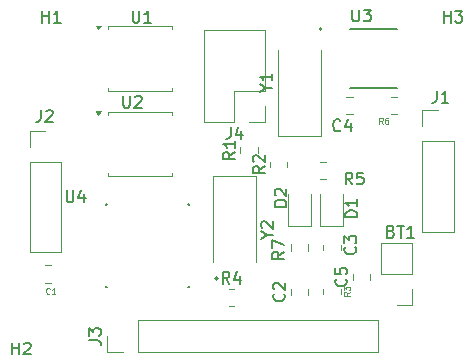
<source format=gto>
%TF.GenerationSoftware,KiCad,Pcbnew,8.0.8*%
%TF.CreationDate,2025-03-21T07:08:09+05:30*%
%TF.ProjectId,project2_MCU_datalogger,70726f6a-6563-4743-925f-4d43555f6461,1.0*%
%TF.SameCoordinates,Original*%
%TF.FileFunction,Legend,Top*%
%TF.FilePolarity,Positive*%
%FSLAX46Y46*%
G04 Gerber Fmt 4.6, Leading zero omitted, Abs format (unit mm)*
G04 Created by KiCad (PCBNEW 8.0.8) date 2025-03-21 07:08:09*
%MOMM*%
%LPD*%
G01*
G04 APERTURE LIST*
%ADD10C,0.150000*%
%ADD11C,0.100000*%
%ADD12C,0.125000*%
%ADD13C,0.120000*%
%ADD14C,0.127000*%
%ADD15C,0.200000*%
G04 APERTURE END LIST*
D10*
X52733333Y-28559580D02*
X52685714Y-28607200D01*
X52685714Y-28607200D02*
X52542857Y-28654819D01*
X52542857Y-28654819D02*
X52447619Y-28654819D01*
X52447619Y-28654819D02*
X52304762Y-28607200D01*
X52304762Y-28607200D02*
X52209524Y-28511961D01*
X52209524Y-28511961D02*
X52161905Y-28416723D01*
X52161905Y-28416723D02*
X52114286Y-28226247D01*
X52114286Y-28226247D02*
X52114286Y-28083390D01*
X52114286Y-28083390D02*
X52161905Y-27892914D01*
X52161905Y-27892914D02*
X52209524Y-27797676D01*
X52209524Y-27797676D02*
X52304762Y-27702438D01*
X52304762Y-27702438D02*
X52447619Y-27654819D01*
X52447619Y-27654819D02*
X52542857Y-27654819D01*
X52542857Y-27654819D02*
X52685714Y-27702438D01*
X52685714Y-27702438D02*
X52733333Y-27750057D01*
X53590476Y-27988152D02*
X53590476Y-28654819D01*
X53352381Y-27607200D02*
X53114286Y-28321485D01*
X53114286Y-28321485D02*
X53733333Y-28321485D01*
X31424819Y-46333333D02*
X32139104Y-46333333D01*
X32139104Y-46333333D02*
X32281961Y-46380952D01*
X32281961Y-46380952D02*
X32377200Y-46476190D01*
X32377200Y-46476190D02*
X32424819Y-46619047D01*
X32424819Y-46619047D02*
X32424819Y-46714285D01*
X31424819Y-45952380D02*
X31424819Y-45333333D01*
X31424819Y-45333333D02*
X31805771Y-45666666D01*
X31805771Y-45666666D02*
X31805771Y-45523809D01*
X31805771Y-45523809D02*
X31853390Y-45428571D01*
X31853390Y-45428571D02*
X31901009Y-45380952D01*
X31901009Y-45380952D02*
X31996247Y-45333333D01*
X31996247Y-45333333D02*
X32234342Y-45333333D01*
X32234342Y-45333333D02*
X32329580Y-45380952D01*
X32329580Y-45380952D02*
X32377200Y-45428571D01*
X32377200Y-45428571D02*
X32424819Y-45523809D01*
X32424819Y-45523809D02*
X32424819Y-45809523D01*
X32424819Y-45809523D02*
X32377200Y-45904761D01*
X32377200Y-45904761D02*
X32329580Y-45952380D01*
X43804819Y-30416666D02*
X43328628Y-30749999D01*
X43804819Y-30988094D02*
X42804819Y-30988094D01*
X42804819Y-30988094D02*
X42804819Y-30607142D01*
X42804819Y-30607142D02*
X42852438Y-30511904D01*
X42852438Y-30511904D02*
X42900057Y-30464285D01*
X42900057Y-30464285D02*
X42995295Y-30416666D01*
X42995295Y-30416666D02*
X43138152Y-30416666D01*
X43138152Y-30416666D02*
X43233390Y-30464285D01*
X43233390Y-30464285D02*
X43281009Y-30511904D01*
X43281009Y-30511904D02*
X43328628Y-30607142D01*
X43328628Y-30607142D02*
X43328628Y-30988094D01*
X43804819Y-29464285D02*
X43804819Y-30035713D01*
X43804819Y-29749999D02*
X42804819Y-29749999D01*
X42804819Y-29749999D02*
X42947676Y-29845237D01*
X42947676Y-29845237D02*
X43042914Y-29940475D01*
X43042914Y-29940475D02*
X43090533Y-30035713D01*
X53179580Y-41166666D02*
X53227200Y-41214285D01*
X53227200Y-41214285D02*
X53274819Y-41357142D01*
X53274819Y-41357142D02*
X53274819Y-41452380D01*
X53274819Y-41452380D02*
X53227200Y-41595237D01*
X53227200Y-41595237D02*
X53131961Y-41690475D01*
X53131961Y-41690475D02*
X53036723Y-41738094D01*
X53036723Y-41738094D02*
X52846247Y-41785713D01*
X52846247Y-41785713D02*
X52703390Y-41785713D01*
X52703390Y-41785713D02*
X52512914Y-41738094D01*
X52512914Y-41738094D02*
X52417676Y-41690475D01*
X52417676Y-41690475D02*
X52322438Y-41595237D01*
X52322438Y-41595237D02*
X52274819Y-41452380D01*
X52274819Y-41452380D02*
X52274819Y-41357142D01*
X52274819Y-41357142D02*
X52322438Y-41214285D01*
X52322438Y-41214285D02*
X52370057Y-41166666D01*
X52274819Y-40261904D02*
X52274819Y-40738094D01*
X52274819Y-40738094D02*
X52751009Y-40785713D01*
X52751009Y-40785713D02*
X52703390Y-40738094D01*
X52703390Y-40738094D02*
X52655771Y-40642856D01*
X52655771Y-40642856D02*
X52655771Y-40404761D01*
X52655771Y-40404761D02*
X52703390Y-40309523D01*
X52703390Y-40309523D02*
X52751009Y-40261904D01*
X52751009Y-40261904D02*
X52846247Y-40214285D01*
X52846247Y-40214285D02*
X53084342Y-40214285D01*
X53084342Y-40214285D02*
X53179580Y-40261904D01*
X53179580Y-40261904D02*
X53227200Y-40309523D01*
X53227200Y-40309523D02*
X53274819Y-40404761D01*
X53274819Y-40404761D02*
X53274819Y-40642856D01*
X53274819Y-40642856D02*
X53227200Y-40738094D01*
X53227200Y-40738094D02*
X53179580Y-40785713D01*
D11*
X56316666Y-28026109D02*
X56150000Y-27788014D01*
X56030952Y-28026109D02*
X56030952Y-27526109D01*
X56030952Y-27526109D02*
X56221428Y-27526109D01*
X56221428Y-27526109D02*
X56269047Y-27549919D01*
X56269047Y-27549919D02*
X56292857Y-27573728D01*
X56292857Y-27573728D02*
X56316666Y-27621347D01*
X56316666Y-27621347D02*
X56316666Y-27692776D01*
X56316666Y-27692776D02*
X56292857Y-27740395D01*
X56292857Y-27740395D02*
X56269047Y-27764204D01*
X56269047Y-27764204D02*
X56221428Y-27788014D01*
X56221428Y-27788014D02*
X56030952Y-27788014D01*
X56745238Y-27526109D02*
X56650000Y-27526109D01*
X56650000Y-27526109D02*
X56602381Y-27549919D01*
X56602381Y-27549919D02*
X56578571Y-27573728D01*
X56578571Y-27573728D02*
X56530952Y-27645157D01*
X56530952Y-27645157D02*
X56507143Y-27740395D01*
X56507143Y-27740395D02*
X56507143Y-27930871D01*
X56507143Y-27930871D02*
X56530952Y-27978490D01*
X56530952Y-27978490D02*
X56554762Y-28002300D01*
X56554762Y-28002300D02*
X56602381Y-28026109D01*
X56602381Y-28026109D02*
X56697619Y-28026109D01*
X56697619Y-28026109D02*
X56745238Y-28002300D01*
X56745238Y-28002300D02*
X56769047Y-27978490D01*
X56769047Y-27978490D02*
X56792857Y-27930871D01*
X56792857Y-27930871D02*
X56792857Y-27811823D01*
X56792857Y-27811823D02*
X56769047Y-27764204D01*
X56769047Y-27764204D02*
X56745238Y-27740395D01*
X56745238Y-27740395D02*
X56697619Y-27716585D01*
X56697619Y-27716585D02*
X56602381Y-27716585D01*
X56602381Y-27716585D02*
X56554762Y-27740395D01*
X56554762Y-27740395D02*
X56530952Y-27764204D01*
X56530952Y-27764204D02*
X56507143Y-27811823D01*
D10*
X53738095Y-18354819D02*
X53738095Y-19164342D01*
X53738095Y-19164342D02*
X53785714Y-19259580D01*
X53785714Y-19259580D02*
X53833333Y-19307200D01*
X53833333Y-19307200D02*
X53928571Y-19354819D01*
X53928571Y-19354819D02*
X54119047Y-19354819D01*
X54119047Y-19354819D02*
X54214285Y-19307200D01*
X54214285Y-19307200D02*
X54261904Y-19259580D01*
X54261904Y-19259580D02*
X54309523Y-19164342D01*
X54309523Y-19164342D02*
X54309523Y-18354819D01*
X54690476Y-18354819D02*
X55309523Y-18354819D01*
X55309523Y-18354819D02*
X54976190Y-18735771D01*
X54976190Y-18735771D02*
X55119047Y-18735771D01*
X55119047Y-18735771D02*
X55214285Y-18783390D01*
X55214285Y-18783390D02*
X55261904Y-18831009D01*
X55261904Y-18831009D02*
X55309523Y-18926247D01*
X55309523Y-18926247D02*
X55309523Y-19164342D01*
X55309523Y-19164342D02*
X55261904Y-19259580D01*
X55261904Y-19259580D02*
X55214285Y-19307200D01*
X55214285Y-19307200D02*
X55119047Y-19354819D01*
X55119047Y-19354819D02*
X54833333Y-19354819D01*
X54833333Y-19354819D02*
X54738095Y-19307200D01*
X54738095Y-19307200D02*
X54690476Y-19259580D01*
X48154819Y-35038094D02*
X47154819Y-35038094D01*
X47154819Y-35038094D02*
X47154819Y-34799999D01*
X47154819Y-34799999D02*
X47202438Y-34657142D01*
X47202438Y-34657142D02*
X47297676Y-34561904D01*
X47297676Y-34561904D02*
X47392914Y-34514285D01*
X47392914Y-34514285D02*
X47583390Y-34466666D01*
X47583390Y-34466666D02*
X47726247Y-34466666D01*
X47726247Y-34466666D02*
X47916723Y-34514285D01*
X47916723Y-34514285D02*
X48011961Y-34561904D01*
X48011961Y-34561904D02*
X48107200Y-34657142D01*
X48107200Y-34657142D02*
X48154819Y-34799999D01*
X48154819Y-34799999D02*
X48154819Y-35038094D01*
X47250057Y-34085713D02*
X47202438Y-34038094D01*
X47202438Y-34038094D02*
X47154819Y-33942856D01*
X47154819Y-33942856D02*
X47154819Y-33704761D01*
X47154819Y-33704761D02*
X47202438Y-33609523D01*
X47202438Y-33609523D02*
X47250057Y-33561904D01*
X47250057Y-33561904D02*
X47345295Y-33514285D01*
X47345295Y-33514285D02*
X47440533Y-33514285D01*
X47440533Y-33514285D02*
X47583390Y-33561904D01*
X47583390Y-33561904D02*
X48154819Y-34133332D01*
X48154819Y-34133332D02*
X48154819Y-33514285D01*
X43421666Y-28309819D02*
X43421666Y-29024104D01*
X43421666Y-29024104D02*
X43374047Y-29166961D01*
X43374047Y-29166961D02*
X43278809Y-29262200D01*
X43278809Y-29262200D02*
X43135952Y-29309819D01*
X43135952Y-29309819D02*
X43040714Y-29309819D01*
X44326428Y-28643152D02*
X44326428Y-29309819D01*
X44088333Y-28262200D02*
X43850238Y-28976485D01*
X43850238Y-28976485D02*
X44469285Y-28976485D01*
X61488095Y-19454819D02*
X61488095Y-18454819D01*
X61488095Y-18931009D02*
X62059523Y-18931009D01*
X62059523Y-19454819D02*
X62059523Y-18454819D01*
X62440476Y-18454819D02*
X63059523Y-18454819D01*
X63059523Y-18454819D02*
X62726190Y-18835771D01*
X62726190Y-18835771D02*
X62869047Y-18835771D01*
X62869047Y-18835771D02*
X62964285Y-18883390D01*
X62964285Y-18883390D02*
X63011904Y-18931009D01*
X63011904Y-18931009D02*
X63059523Y-19026247D01*
X63059523Y-19026247D02*
X63059523Y-19264342D01*
X63059523Y-19264342D02*
X63011904Y-19359580D01*
X63011904Y-19359580D02*
X62964285Y-19407200D01*
X62964285Y-19407200D02*
X62869047Y-19454819D01*
X62869047Y-19454819D02*
X62583333Y-19454819D01*
X62583333Y-19454819D02*
X62488095Y-19407200D01*
X62488095Y-19407200D02*
X62440476Y-19359580D01*
X24938095Y-47554819D02*
X24938095Y-46554819D01*
X24938095Y-47031009D02*
X25509523Y-47031009D01*
X25509523Y-47554819D02*
X25509523Y-46554819D01*
X25938095Y-46650057D02*
X25985714Y-46602438D01*
X25985714Y-46602438D02*
X26080952Y-46554819D01*
X26080952Y-46554819D02*
X26319047Y-46554819D01*
X26319047Y-46554819D02*
X26414285Y-46602438D01*
X26414285Y-46602438D02*
X26461904Y-46650057D01*
X26461904Y-46650057D02*
X26509523Y-46745295D01*
X26509523Y-46745295D02*
X26509523Y-46840533D01*
X26509523Y-46840533D02*
X26461904Y-46983390D01*
X26461904Y-46983390D02*
X25890476Y-47554819D01*
X25890476Y-47554819D02*
X26509523Y-47554819D01*
X34338095Y-25654819D02*
X34338095Y-26464342D01*
X34338095Y-26464342D02*
X34385714Y-26559580D01*
X34385714Y-26559580D02*
X34433333Y-26607200D01*
X34433333Y-26607200D02*
X34528571Y-26654819D01*
X34528571Y-26654819D02*
X34719047Y-26654819D01*
X34719047Y-26654819D02*
X34814285Y-26607200D01*
X34814285Y-26607200D02*
X34861904Y-26559580D01*
X34861904Y-26559580D02*
X34909523Y-26464342D01*
X34909523Y-26464342D02*
X34909523Y-25654819D01*
X35338095Y-25750057D02*
X35385714Y-25702438D01*
X35385714Y-25702438D02*
X35480952Y-25654819D01*
X35480952Y-25654819D02*
X35719047Y-25654819D01*
X35719047Y-25654819D02*
X35814285Y-25702438D01*
X35814285Y-25702438D02*
X35861904Y-25750057D01*
X35861904Y-25750057D02*
X35909523Y-25845295D01*
X35909523Y-25845295D02*
X35909523Y-25940533D01*
X35909523Y-25940533D02*
X35861904Y-26083390D01*
X35861904Y-26083390D02*
X35290476Y-26654819D01*
X35290476Y-26654819D02*
X35909523Y-26654819D01*
X47954819Y-38866666D02*
X47478628Y-39199999D01*
X47954819Y-39438094D02*
X46954819Y-39438094D01*
X46954819Y-39438094D02*
X46954819Y-39057142D01*
X46954819Y-39057142D02*
X47002438Y-38961904D01*
X47002438Y-38961904D02*
X47050057Y-38914285D01*
X47050057Y-38914285D02*
X47145295Y-38866666D01*
X47145295Y-38866666D02*
X47288152Y-38866666D01*
X47288152Y-38866666D02*
X47383390Y-38914285D01*
X47383390Y-38914285D02*
X47431009Y-38961904D01*
X47431009Y-38961904D02*
X47478628Y-39057142D01*
X47478628Y-39057142D02*
X47478628Y-39438094D01*
X46954819Y-38533332D02*
X46954819Y-37866666D01*
X46954819Y-37866666D02*
X47954819Y-38295237D01*
X43333333Y-41554819D02*
X43000000Y-41078628D01*
X42761905Y-41554819D02*
X42761905Y-40554819D01*
X42761905Y-40554819D02*
X43142857Y-40554819D01*
X43142857Y-40554819D02*
X43238095Y-40602438D01*
X43238095Y-40602438D02*
X43285714Y-40650057D01*
X43285714Y-40650057D02*
X43333333Y-40745295D01*
X43333333Y-40745295D02*
X43333333Y-40888152D01*
X43333333Y-40888152D02*
X43285714Y-40983390D01*
X43285714Y-40983390D02*
X43238095Y-41031009D01*
X43238095Y-41031009D02*
X43142857Y-41078628D01*
X43142857Y-41078628D02*
X42761905Y-41078628D01*
X44190476Y-40888152D02*
X44190476Y-41554819D01*
X43952381Y-40507200D02*
X43714286Y-41221485D01*
X43714286Y-41221485D02*
X44333333Y-41221485D01*
X29538095Y-33654819D02*
X29538095Y-34464342D01*
X29538095Y-34464342D02*
X29585714Y-34559580D01*
X29585714Y-34559580D02*
X29633333Y-34607200D01*
X29633333Y-34607200D02*
X29728571Y-34654819D01*
X29728571Y-34654819D02*
X29919047Y-34654819D01*
X29919047Y-34654819D02*
X30014285Y-34607200D01*
X30014285Y-34607200D02*
X30061904Y-34559580D01*
X30061904Y-34559580D02*
X30109523Y-34464342D01*
X30109523Y-34464342D02*
X30109523Y-33654819D01*
X31014285Y-33988152D02*
X31014285Y-34654819D01*
X30776190Y-33607200D02*
X30538095Y-34321485D01*
X30538095Y-34321485D02*
X31157142Y-34321485D01*
X57014285Y-37131009D02*
X57157142Y-37178628D01*
X57157142Y-37178628D02*
X57204761Y-37226247D01*
X57204761Y-37226247D02*
X57252380Y-37321485D01*
X57252380Y-37321485D02*
X57252380Y-37464342D01*
X57252380Y-37464342D02*
X57204761Y-37559580D01*
X57204761Y-37559580D02*
X57157142Y-37607200D01*
X57157142Y-37607200D02*
X57061904Y-37654819D01*
X57061904Y-37654819D02*
X56680952Y-37654819D01*
X56680952Y-37654819D02*
X56680952Y-36654819D01*
X56680952Y-36654819D02*
X57014285Y-36654819D01*
X57014285Y-36654819D02*
X57109523Y-36702438D01*
X57109523Y-36702438D02*
X57157142Y-36750057D01*
X57157142Y-36750057D02*
X57204761Y-36845295D01*
X57204761Y-36845295D02*
X57204761Y-36940533D01*
X57204761Y-36940533D02*
X57157142Y-37035771D01*
X57157142Y-37035771D02*
X57109523Y-37083390D01*
X57109523Y-37083390D02*
X57014285Y-37131009D01*
X57014285Y-37131009D02*
X56680952Y-37131009D01*
X57538095Y-36654819D02*
X58109523Y-36654819D01*
X57823809Y-37654819D02*
X57823809Y-36654819D01*
X58966666Y-37654819D02*
X58395238Y-37654819D01*
X58680952Y-37654819D02*
X58680952Y-36654819D01*
X58680952Y-36654819D02*
X58585714Y-36797676D01*
X58585714Y-36797676D02*
X58490476Y-36892914D01*
X58490476Y-36892914D02*
X58395238Y-36940533D01*
X60866666Y-25254819D02*
X60866666Y-25969104D01*
X60866666Y-25969104D02*
X60819047Y-26111961D01*
X60819047Y-26111961D02*
X60723809Y-26207200D01*
X60723809Y-26207200D02*
X60580952Y-26254819D01*
X60580952Y-26254819D02*
X60485714Y-26254819D01*
X61866666Y-26254819D02*
X61295238Y-26254819D01*
X61580952Y-26254819D02*
X61580952Y-25254819D01*
X61580952Y-25254819D02*
X61485714Y-25397676D01*
X61485714Y-25397676D02*
X61390476Y-25492914D01*
X61390476Y-25492914D02*
X61295238Y-25540533D01*
X46428628Y-24976190D02*
X46904819Y-24976190D01*
X45904819Y-25309523D02*
X46428628Y-24976190D01*
X46428628Y-24976190D02*
X45904819Y-24642857D01*
X46904819Y-23785714D02*
X46904819Y-24357142D01*
X46904819Y-24071428D02*
X45904819Y-24071428D01*
X45904819Y-24071428D02*
X46047676Y-24166666D01*
X46047676Y-24166666D02*
X46142914Y-24261904D01*
X46142914Y-24261904D02*
X46190533Y-24357142D01*
X53959580Y-38466666D02*
X54007200Y-38514285D01*
X54007200Y-38514285D02*
X54054819Y-38657142D01*
X54054819Y-38657142D02*
X54054819Y-38752380D01*
X54054819Y-38752380D02*
X54007200Y-38895237D01*
X54007200Y-38895237D02*
X53911961Y-38990475D01*
X53911961Y-38990475D02*
X53816723Y-39038094D01*
X53816723Y-39038094D02*
X53626247Y-39085713D01*
X53626247Y-39085713D02*
X53483390Y-39085713D01*
X53483390Y-39085713D02*
X53292914Y-39038094D01*
X53292914Y-39038094D02*
X53197676Y-38990475D01*
X53197676Y-38990475D02*
X53102438Y-38895237D01*
X53102438Y-38895237D02*
X53054819Y-38752380D01*
X53054819Y-38752380D02*
X53054819Y-38657142D01*
X53054819Y-38657142D02*
X53102438Y-38514285D01*
X53102438Y-38514285D02*
X53150057Y-38466666D01*
X53054819Y-38133332D02*
X53054819Y-37514285D01*
X53054819Y-37514285D02*
X53435771Y-37847618D01*
X53435771Y-37847618D02*
X53435771Y-37704761D01*
X53435771Y-37704761D02*
X53483390Y-37609523D01*
X53483390Y-37609523D02*
X53531009Y-37561904D01*
X53531009Y-37561904D02*
X53626247Y-37514285D01*
X53626247Y-37514285D02*
X53864342Y-37514285D01*
X53864342Y-37514285D02*
X53959580Y-37561904D01*
X53959580Y-37561904D02*
X54007200Y-37609523D01*
X54007200Y-37609523D02*
X54054819Y-37704761D01*
X54054819Y-37704761D02*
X54054819Y-37990475D01*
X54054819Y-37990475D02*
X54007200Y-38085713D01*
X54007200Y-38085713D02*
X53959580Y-38133332D01*
D12*
X53524809Y-42283333D02*
X53286714Y-42449999D01*
X53524809Y-42569047D02*
X53024809Y-42569047D01*
X53024809Y-42569047D02*
X53024809Y-42378571D01*
X53024809Y-42378571D02*
X53048619Y-42330952D01*
X53048619Y-42330952D02*
X53072428Y-42307142D01*
X53072428Y-42307142D02*
X53120047Y-42283333D01*
X53120047Y-42283333D02*
X53191476Y-42283333D01*
X53191476Y-42283333D02*
X53239095Y-42307142D01*
X53239095Y-42307142D02*
X53262904Y-42330952D01*
X53262904Y-42330952D02*
X53286714Y-42378571D01*
X53286714Y-42378571D02*
X53286714Y-42569047D01*
X53024809Y-42116666D02*
X53024809Y-41807142D01*
X53024809Y-41807142D02*
X53215285Y-41973809D01*
X53215285Y-41973809D02*
X53215285Y-41902380D01*
X53215285Y-41902380D02*
X53239095Y-41854761D01*
X53239095Y-41854761D02*
X53262904Y-41830952D01*
X53262904Y-41830952D02*
X53310523Y-41807142D01*
X53310523Y-41807142D02*
X53429571Y-41807142D01*
X53429571Y-41807142D02*
X53477190Y-41830952D01*
X53477190Y-41830952D02*
X53501000Y-41854761D01*
X53501000Y-41854761D02*
X53524809Y-41902380D01*
X53524809Y-41902380D02*
X53524809Y-42045237D01*
X53524809Y-42045237D02*
X53501000Y-42092856D01*
X53501000Y-42092856D02*
X53477190Y-42116666D01*
D10*
X27366666Y-26854819D02*
X27366666Y-27569104D01*
X27366666Y-27569104D02*
X27319047Y-27711961D01*
X27319047Y-27711961D02*
X27223809Y-27807200D01*
X27223809Y-27807200D02*
X27080952Y-27854819D01*
X27080952Y-27854819D02*
X26985714Y-27854819D01*
X27795238Y-26950057D02*
X27842857Y-26902438D01*
X27842857Y-26902438D02*
X27938095Y-26854819D01*
X27938095Y-26854819D02*
X28176190Y-26854819D01*
X28176190Y-26854819D02*
X28271428Y-26902438D01*
X28271428Y-26902438D02*
X28319047Y-26950057D01*
X28319047Y-26950057D02*
X28366666Y-27045295D01*
X28366666Y-27045295D02*
X28366666Y-27140533D01*
X28366666Y-27140533D02*
X28319047Y-27283390D01*
X28319047Y-27283390D02*
X27747619Y-27854819D01*
X27747619Y-27854819D02*
X28366666Y-27854819D01*
X27488095Y-19454819D02*
X27488095Y-18454819D01*
X27488095Y-18931009D02*
X28059523Y-18931009D01*
X28059523Y-19454819D02*
X28059523Y-18454819D01*
X29059523Y-19454819D02*
X28488095Y-19454819D01*
X28773809Y-19454819D02*
X28773809Y-18454819D01*
X28773809Y-18454819D02*
X28678571Y-18597676D01*
X28678571Y-18597676D02*
X28583333Y-18692914D01*
X28583333Y-18692914D02*
X28488095Y-18740533D01*
D12*
X28116666Y-42377190D02*
X28092857Y-42401000D01*
X28092857Y-42401000D02*
X28021428Y-42424809D01*
X28021428Y-42424809D02*
X27973809Y-42424809D01*
X27973809Y-42424809D02*
X27902381Y-42401000D01*
X27902381Y-42401000D02*
X27854762Y-42353380D01*
X27854762Y-42353380D02*
X27830952Y-42305761D01*
X27830952Y-42305761D02*
X27807143Y-42210523D01*
X27807143Y-42210523D02*
X27807143Y-42139095D01*
X27807143Y-42139095D02*
X27830952Y-42043857D01*
X27830952Y-42043857D02*
X27854762Y-41996238D01*
X27854762Y-41996238D02*
X27902381Y-41948619D01*
X27902381Y-41948619D02*
X27973809Y-41924809D01*
X27973809Y-41924809D02*
X28021428Y-41924809D01*
X28021428Y-41924809D02*
X28092857Y-41948619D01*
X28092857Y-41948619D02*
X28116666Y-41972428D01*
X28592857Y-42424809D02*
X28307143Y-42424809D01*
X28450000Y-42424809D02*
X28450000Y-41924809D01*
X28450000Y-41924809D02*
X28402381Y-41996238D01*
X28402381Y-41996238D02*
X28354762Y-42043857D01*
X28354762Y-42043857D02*
X28307143Y-42067666D01*
D10*
X54154819Y-35938094D02*
X53154819Y-35938094D01*
X53154819Y-35938094D02*
X53154819Y-35699999D01*
X53154819Y-35699999D02*
X53202438Y-35557142D01*
X53202438Y-35557142D02*
X53297676Y-35461904D01*
X53297676Y-35461904D02*
X53392914Y-35414285D01*
X53392914Y-35414285D02*
X53583390Y-35366666D01*
X53583390Y-35366666D02*
X53726247Y-35366666D01*
X53726247Y-35366666D02*
X53916723Y-35414285D01*
X53916723Y-35414285D02*
X54011961Y-35461904D01*
X54011961Y-35461904D02*
X54107200Y-35557142D01*
X54107200Y-35557142D02*
X54154819Y-35699999D01*
X54154819Y-35699999D02*
X54154819Y-35938094D01*
X54154819Y-34414285D02*
X54154819Y-34985713D01*
X54154819Y-34699999D02*
X53154819Y-34699999D01*
X53154819Y-34699999D02*
X53297676Y-34795237D01*
X53297676Y-34795237D02*
X53392914Y-34890475D01*
X53392914Y-34890475D02*
X53440533Y-34985713D01*
X46528628Y-37476190D02*
X47004819Y-37476190D01*
X46004819Y-37809523D02*
X46528628Y-37476190D01*
X46528628Y-37476190D02*
X46004819Y-37142857D01*
X46100057Y-36857142D02*
X46052438Y-36809523D01*
X46052438Y-36809523D02*
X46004819Y-36714285D01*
X46004819Y-36714285D02*
X46004819Y-36476190D01*
X46004819Y-36476190D02*
X46052438Y-36380952D01*
X46052438Y-36380952D02*
X46100057Y-36333333D01*
X46100057Y-36333333D02*
X46195295Y-36285714D01*
X46195295Y-36285714D02*
X46290533Y-36285714D01*
X46290533Y-36285714D02*
X46433390Y-36333333D01*
X46433390Y-36333333D02*
X47004819Y-36904761D01*
X47004819Y-36904761D02*
X47004819Y-36285714D01*
X46304819Y-31616666D02*
X45828628Y-31949999D01*
X46304819Y-32188094D02*
X45304819Y-32188094D01*
X45304819Y-32188094D02*
X45304819Y-31807142D01*
X45304819Y-31807142D02*
X45352438Y-31711904D01*
X45352438Y-31711904D02*
X45400057Y-31664285D01*
X45400057Y-31664285D02*
X45495295Y-31616666D01*
X45495295Y-31616666D02*
X45638152Y-31616666D01*
X45638152Y-31616666D02*
X45733390Y-31664285D01*
X45733390Y-31664285D02*
X45781009Y-31711904D01*
X45781009Y-31711904D02*
X45828628Y-31807142D01*
X45828628Y-31807142D02*
X45828628Y-32188094D01*
X45400057Y-31235713D02*
X45352438Y-31188094D01*
X45352438Y-31188094D02*
X45304819Y-31092856D01*
X45304819Y-31092856D02*
X45304819Y-30854761D01*
X45304819Y-30854761D02*
X45352438Y-30759523D01*
X45352438Y-30759523D02*
X45400057Y-30711904D01*
X45400057Y-30711904D02*
X45495295Y-30664285D01*
X45495295Y-30664285D02*
X45590533Y-30664285D01*
X45590533Y-30664285D02*
X45733390Y-30711904D01*
X45733390Y-30711904D02*
X46304819Y-31283332D01*
X46304819Y-31283332D02*
X46304819Y-30664285D01*
X47929580Y-42416666D02*
X47977200Y-42464285D01*
X47977200Y-42464285D02*
X48024819Y-42607142D01*
X48024819Y-42607142D02*
X48024819Y-42702380D01*
X48024819Y-42702380D02*
X47977200Y-42845237D01*
X47977200Y-42845237D02*
X47881961Y-42940475D01*
X47881961Y-42940475D02*
X47786723Y-42988094D01*
X47786723Y-42988094D02*
X47596247Y-43035713D01*
X47596247Y-43035713D02*
X47453390Y-43035713D01*
X47453390Y-43035713D02*
X47262914Y-42988094D01*
X47262914Y-42988094D02*
X47167676Y-42940475D01*
X47167676Y-42940475D02*
X47072438Y-42845237D01*
X47072438Y-42845237D02*
X47024819Y-42702380D01*
X47024819Y-42702380D02*
X47024819Y-42607142D01*
X47024819Y-42607142D02*
X47072438Y-42464285D01*
X47072438Y-42464285D02*
X47120057Y-42416666D01*
X47120057Y-42035713D02*
X47072438Y-41988094D01*
X47072438Y-41988094D02*
X47024819Y-41892856D01*
X47024819Y-41892856D02*
X47024819Y-41654761D01*
X47024819Y-41654761D02*
X47072438Y-41559523D01*
X47072438Y-41559523D02*
X47120057Y-41511904D01*
X47120057Y-41511904D02*
X47215295Y-41464285D01*
X47215295Y-41464285D02*
X47310533Y-41464285D01*
X47310533Y-41464285D02*
X47453390Y-41511904D01*
X47453390Y-41511904D02*
X48024819Y-42083332D01*
X48024819Y-42083332D02*
X48024819Y-41464285D01*
X35138095Y-18454819D02*
X35138095Y-19264342D01*
X35138095Y-19264342D02*
X35185714Y-19359580D01*
X35185714Y-19359580D02*
X35233333Y-19407200D01*
X35233333Y-19407200D02*
X35328571Y-19454819D01*
X35328571Y-19454819D02*
X35519047Y-19454819D01*
X35519047Y-19454819D02*
X35614285Y-19407200D01*
X35614285Y-19407200D02*
X35661904Y-19359580D01*
X35661904Y-19359580D02*
X35709523Y-19264342D01*
X35709523Y-19264342D02*
X35709523Y-18454819D01*
X36709523Y-19454819D02*
X36138095Y-19454819D01*
X36423809Y-19454819D02*
X36423809Y-18454819D01*
X36423809Y-18454819D02*
X36328571Y-18597676D01*
X36328571Y-18597676D02*
X36233333Y-18692914D01*
X36233333Y-18692914D02*
X36138095Y-18740533D01*
X53733333Y-33154819D02*
X53400000Y-32678628D01*
X53161905Y-33154819D02*
X53161905Y-32154819D01*
X53161905Y-32154819D02*
X53542857Y-32154819D01*
X53542857Y-32154819D02*
X53638095Y-32202438D01*
X53638095Y-32202438D02*
X53685714Y-32250057D01*
X53685714Y-32250057D02*
X53733333Y-32345295D01*
X53733333Y-32345295D02*
X53733333Y-32488152D01*
X53733333Y-32488152D02*
X53685714Y-32583390D01*
X53685714Y-32583390D02*
X53638095Y-32631009D01*
X53638095Y-32631009D02*
X53542857Y-32678628D01*
X53542857Y-32678628D02*
X53161905Y-32678628D01*
X54638095Y-32154819D02*
X54161905Y-32154819D01*
X54161905Y-32154819D02*
X54114286Y-32631009D01*
X54114286Y-32631009D02*
X54161905Y-32583390D01*
X54161905Y-32583390D02*
X54257143Y-32535771D01*
X54257143Y-32535771D02*
X54495238Y-32535771D01*
X54495238Y-32535771D02*
X54590476Y-32583390D01*
X54590476Y-32583390D02*
X54638095Y-32631009D01*
X54638095Y-32631009D02*
X54685714Y-32726247D01*
X54685714Y-32726247D02*
X54685714Y-32964342D01*
X54685714Y-32964342D02*
X54638095Y-33059580D01*
X54638095Y-33059580D02*
X54590476Y-33107200D01*
X54590476Y-33107200D02*
X54495238Y-33154819D01*
X54495238Y-33154819D02*
X54257143Y-33154819D01*
X54257143Y-33154819D02*
X54161905Y-33107200D01*
X54161905Y-33107200D02*
X54114286Y-33059580D01*
D13*
%TO.C,C4*%
X53761252Y-25765000D02*
X53238748Y-25765000D01*
X53761252Y-27235000D02*
X53238748Y-27235000D01*
%TO.C,J3*%
X32970000Y-47330000D02*
X32970000Y-46000000D01*
X34300000Y-47330000D02*
X32970000Y-47330000D01*
X35570000Y-44670000D02*
X55950000Y-44670000D01*
X35570000Y-47330000D02*
X35570000Y-44670000D01*
X35570000Y-47330000D02*
X55950000Y-47330000D01*
X55950000Y-47330000D02*
X55950000Y-44670000D01*
%TO.C,R1*%
X44265000Y-30477064D02*
X44265000Y-30022936D01*
X45735000Y-30477064D02*
X45735000Y-30022936D01*
%TO.C,C5*%
X53765000Y-41261252D02*
X53765000Y-40738748D01*
X55235000Y-41261252D02*
X55235000Y-40738748D01*
%TO.C,R6*%
X57022936Y-25765000D02*
X57477064Y-25765000D01*
X57022936Y-27235000D02*
X57477064Y-27235000D01*
D14*
%TO.C,U3*%
X53500000Y-19980000D02*
X57500000Y-19980000D01*
X53500000Y-25020000D02*
X57500000Y-25020000D01*
D15*
X51155000Y-20005000D02*
G75*
G02*
X50955000Y-20005000I-100000J0D01*
G01*
X50955000Y-20005000D02*
G75*
G02*
X51155000Y-20005000I100000J0D01*
G01*
D13*
%TO.C,D2*%
X48290000Y-34000000D02*
X48290000Y-36685000D01*
X48290000Y-36685000D02*
X50210000Y-36685000D01*
X50210000Y-36685000D02*
X50210000Y-34000000D01*
%TO.C,J4*%
X41155000Y-27855000D02*
X41155000Y-20115000D01*
X43755000Y-25255000D02*
X43755000Y-27855000D01*
X43755000Y-27855000D02*
X41155000Y-27855000D01*
X46355000Y-20115000D02*
X41155000Y-20115000D01*
X46355000Y-25255000D02*
X43755000Y-25255000D01*
X46355000Y-25255000D02*
X46355000Y-20115000D01*
X46355000Y-26525000D02*
X46355000Y-27855000D01*
X46355000Y-27855000D02*
X45025000Y-27855000D01*
%TO.C,U2*%
X33025000Y-27025000D02*
X33025000Y-27285000D01*
X33025000Y-32475000D02*
X33025000Y-32215000D01*
X35750000Y-27025000D02*
X33025000Y-27025000D01*
X35750000Y-27025000D02*
X38475000Y-27025000D01*
X35750000Y-32475000D02*
X33025000Y-32475000D01*
X35750000Y-32475000D02*
X38475000Y-32475000D01*
X38475000Y-27025000D02*
X38475000Y-27285000D01*
X38475000Y-32475000D02*
X38475000Y-32215000D01*
X32242500Y-27285000D02*
X32002500Y-26955000D01*
X32482500Y-26955000D01*
X32242500Y-27285000D01*
G36*
X32242500Y-27285000D02*
G01*
X32002500Y-26955000D01*
X32482500Y-26955000D01*
X32242500Y-27285000D01*
G37*
%TO.C,R7*%
X51265000Y-38727064D02*
X51265000Y-38272936D01*
X52735000Y-38727064D02*
X52735000Y-38272936D01*
%TO.C,R4*%
X43272936Y-42015000D02*
X43727064Y-42015000D01*
X43272936Y-43485000D02*
X43727064Y-43485000D01*
D14*
%TO.C,U4*%
X32895000Y-34835000D02*
X32895000Y-34940000D01*
X32895000Y-34835000D02*
X33000000Y-34835000D01*
X32895000Y-41835000D02*
X32895000Y-41730000D01*
X32895000Y-41835000D02*
X33000000Y-41835000D01*
X39895000Y-34835000D02*
X39790000Y-34835000D01*
X39895000Y-34835000D02*
X39895000Y-34940000D01*
X39895000Y-41835000D02*
X39790000Y-41835000D01*
X39895000Y-41835000D02*
X39895000Y-41730000D01*
D15*
X42335000Y-41135000D02*
G75*
G02*
X42135000Y-41135000I-100000J0D01*
G01*
X42135000Y-41135000D02*
G75*
G02*
X42335000Y-41135000I100000J0D01*
G01*
D13*
%TO.C,BT1*%
X56170000Y-40755000D02*
X56170000Y-38155000D01*
X58830000Y-38155000D02*
X56170000Y-38155000D01*
X58830000Y-40755000D02*
X56170000Y-40755000D01*
X58830000Y-40755000D02*
X58830000Y-38155000D01*
X58830000Y-42025000D02*
X58830000Y-43355000D01*
X58830000Y-43355000D02*
X57500000Y-43355000D01*
%TO.C,J1*%
X59670000Y-26870000D02*
X61000000Y-26870000D01*
X59670000Y-28200000D02*
X59670000Y-26870000D01*
X59670000Y-29470000D02*
X59670000Y-37150000D01*
X59670000Y-29470000D02*
X62330000Y-29470000D01*
X59670000Y-37150000D02*
X62330000Y-37150000D01*
X62330000Y-29470000D02*
X62330000Y-37150000D01*
%TO.C,Y1*%
X47450000Y-21800000D02*
X47450000Y-29050000D01*
X47450000Y-29050000D02*
X51050000Y-29050000D01*
X51050000Y-29050000D02*
X51050000Y-21800000D01*
%TO.C,C3*%
X48515000Y-38238748D02*
X48515000Y-38761252D01*
X49985000Y-38238748D02*
X49985000Y-38761252D01*
%TO.C,R3*%
X51265000Y-42477064D02*
X51265000Y-42022936D01*
X52735000Y-42477064D02*
X52735000Y-42022936D01*
%TO.C,J2*%
X26420000Y-28630000D02*
X27750000Y-28630000D01*
X26420000Y-29960000D02*
X26420000Y-28630000D01*
X26420000Y-31230000D02*
X26420000Y-38910000D01*
X26420000Y-31230000D02*
X29080000Y-31230000D01*
X26420000Y-38910000D02*
X29080000Y-38910000D01*
X29080000Y-31230000D02*
X29080000Y-38910000D01*
%TO.C,C1*%
X28261252Y-40015000D02*
X27738748Y-40015000D01*
X28261252Y-41485000D02*
X27738748Y-41485000D01*
%TO.C,D1*%
X51040000Y-34000000D02*
X51040000Y-36685000D01*
X51040000Y-36685000D02*
X52960000Y-36685000D01*
X52960000Y-36685000D02*
X52960000Y-34000000D01*
%TO.C,Y2*%
X41950000Y-32450000D02*
X41950000Y-39700000D01*
X45550000Y-32450000D02*
X41950000Y-32450000D01*
X45550000Y-39700000D02*
X45550000Y-32450000D01*
%TO.C,R2*%
X46765000Y-31677064D02*
X46765000Y-31222936D01*
X48235000Y-31677064D02*
X48235000Y-31222936D01*
%TO.C,C2*%
X48515000Y-42511252D02*
X48515000Y-41988748D01*
X49985000Y-42511252D02*
X49985000Y-41988748D01*
%TO.C,U1*%
X33025000Y-19775000D02*
X33025000Y-20035000D01*
X33025000Y-25225000D02*
X33025000Y-24965000D01*
X35750000Y-19775000D02*
X33025000Y-19775000D01*
X35750000Y-19775000D02*
X38475000Y-19775000D01*
X35750000Y-25225000D02*
X33025000Y-25225000D01*
X35750000Y-25225000D02*
X38475000Y-25225000D01*
X38475000Y-19775000D02*
X38475000Y-20035000D01*
X38475000Y-25225000D02*
X38475000Y-24965000D01*
X32242500Y-20035000D02*
X32002500Y-19705000D01*
X32482500Y-19705000D01*
X32242500Y-20035000D01*
G36*
X32242500Y-20035000D02*
G01*
X32002500Y-19705000D01*
X32482500Y-19705000D01*
X32242500Y-20035000D01*
G37*
%TO.C,R5*%
X51022936Y-31265000D02*
X51477064Y-31265000D01*
X51022936Y-32735000D02*
X51477064Y-32735000D01*
%TD*%
M02*

</source>
